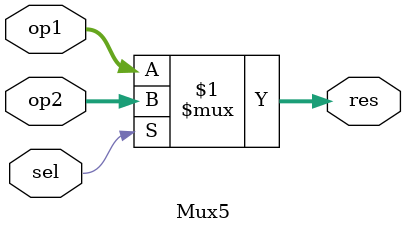
<source format=v>
`timescale 1ns/1ns

module Mux32(
    input [31:0] op1,
    input [31:0] op2,
    input sel,
    output [31:0] res
);
    assign res = (sel) ? op2 : op1;

endmodule

module Mux5(
    input [4:0] op1,
    input [4:0] op2,
    input sel,
    output [4:0] res
);
    assign res = (sel) ? op2 : op1;

endmodule


</source>
